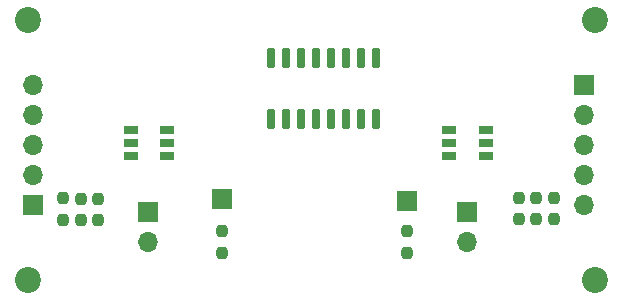
<source format=gbr>
%TF.GenerationSoftware,KiCad,Pcbnew,(6.0.2)*%
%TF.CreationDate,2022-03-27T20:09:04+02:00*%
%TF.ProjectId,pcb,7063622e-6b69-4636-9164-5f7063625858,rev?*%
%TF.SameCoordinates,Original*%
%TF.FileFunction,Soldermask,Top*%
%TF.FilePolarity,Negative*%
%FSLAX46Y46*%
G04 Gerber Fmt 4.6, Leading zero omitted, Abs format (unit mm)*
G04 Created by KiCad (PCBNEW (6.0.2)) date 2022-03-27 20:09:04*
%MOMM*%
%LPD*%
G01*
G04 APERTURE LIST*
G04 Aperture macros list*
%AMRoundRect*
0 Rectangle with rounded corners*
0 $1 Rounding radius*
0 $2 $3 $4 $5 $6 $7 $8 $9 X,Y pos of 4 corners*
0 Add a 4 corners polygon primitive as box body*
4,1,4,$2,$3,$4,$5,$6,$7,$8,$9,$2,$3,0*
0 Add four circle primitives for the rounded corners*
1,1,$1+$1,$2,$3*
1,1,$1+$1,$4,$5*
1,1,$1+$1,$6,$7*
1,1,$1+$1,$8,$9*
0 Add four rect primitives between the rounded corners*
20,1,$1+$1,$2,$3,$4,$5,0*
20,1,$1+$1,$4,$5,$6,$7,0*
20,1,$1+$1,$6,$7,$8,$9,0*
20,1,$1+$1,$8,$9,$2,$3,0*%
G04 Aperture macros list end*
%ADD10R,1.300000X0.700000*%
%ADD11RoundRect,0.237500X0.237500X-0.250000X0.237500X0.250000X-0.237500X0.250000X-0.237500X-0.250000X0*%
%ADD12C,2.200000*%
%ADD13RoundRect,0.150000X0.150000X-0.725000X0.150000X0.725000X-0.150000X0.725000X-0.150000X-0.725000X0*%
%ADD14RoundRect,0.237500X-0.237500X0.250000X-0.237500X-0.250000X0.237500X-0.250000X0.237500X0.250000X0*%
%ADD15R,1.700000X1.700000*%
%ADD16O,1.700000X1.700000*%
G04 APERTURE END LIST*
D10*
%TO.C,D1*%
X61300000Y-55550000D03*
X61300000Y-54450000D03*
X61300000Y-53350000D03*
X58200000Y-53350000D03*
X58200000Y-54450000D03*
X58200000Y-55550000D03*
%TD*%
D11*
%TO.C,220om3*%
X91050000Y-60862500D03*
X91050000Y-59037500D03*
%TD*%
D12*
%TO.C,REF\u002A\u002A*%
X49500000Y-66000000D03*
%TD*%
D11*
%TO.C,R1*%
X65900000Y-63712500D03*
X65900000Y-61887500D03*
%TD*%
D13*
%TO.C,U1*%
X70055000Y-52375000D03*
X71325000Y-52375000D03*
X72595000Y-52375000D03*
X73865000Y-52375000D03*
X75135000Y-52375000D03*
X76405000Y-52375000D03*
X77675000Y-52375000D03*
X78945000Y-52375000D03*
X78945000Y-47225000D03*
X77675000Y-47225000D03*
X76405000Y-47225000D03*
X75135000Y-47225000D03*
X73865000Y-47225000D03*
X72595000Y-47225000D03*
X71325000Y-47225000D03*
X70055000Y-47225000D03*
%TD*%
D14*
%TO.C,220om4*%
X92550000Y-59037500D03*
X92550000Y-60862500D03*
%TD*%
D15*
%TO.C,J2*%
X65950000Y-59150000D03*
%TD*%
D12*
%TO.C,REF\u002A\u002A*%
X97500000Y-44000000D03*
%TD*%
D15*
%TO.C,J6*%
X86700000Y-60260000D03*
D16*
X86700000Y-62800000D03*
%TD*%
D11*
%TO.C,220om1*%
X52500000Y-60932500D03*
X52500000Y-59107500D03*
%TD*%
D15*
%TO.C,J4*%
X49900000Y-59675000D03*
D16*
X49900000Y-57135000D03*
X49900000Y-54595000D03*
X49900000Y-52055000D03*
X49900000Y-49515000D03*
%TD*%
D15*
%TO.C,J1*%
X96600000Y-49525000D03*
D16*
X96600000Y-52065000D03*
X96600000Y-54605000D03*
X96600000Y-57145000D03*
X96600000Y-59685000D03*
%TD*%
D14*
%TO.C,200om2*%
X94050000Y-59037500D03*
X94050000Y-60862500D03*
%TD*%
D15*
%TO.C,J3*%
X59700000Y-60225000D03*
D16*
X59700000Y-62765000D03*
%TD*%
D10*
%TO.C,D2*%
X85200000Y-53350000D03*
X85200000Y-54450000D03*
X85200000Y-55550000D03*
X88300000Y-55550000D03*
X88300000Y-54450000D03*
X88300000Y-53350000D03*
%TD*%
D15*
%TO.C,J5*%
X81600000Y-59300000D03*
%TD*%
D12*
%TO.C,REF\u002A\u002A*%
X49500000Y-44000000D03*
%TD*%
D14*
%TO.C,220om2*%
X53975000Y-59112500D03*
X53975000Y-60937500D03*
%TD*%
%TO.C,200om1*%
X55450000Y-59112500D03*
X55450000Y-60937500D03*
%TD*%
D11*
%TO.C,R2*%
X81600000Y-63712500D03*
X81600000Y-61887500D03*
%TD*%
D12*
%TO.C,REF\u002A\u002A*%
X97500000Y-66000000D03*
%TD*%
M02*

</source>
